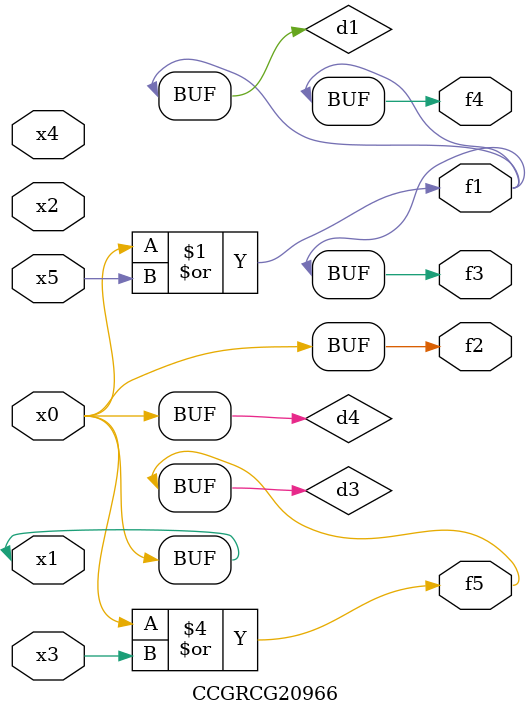
<source format=v>
module CCGRCG20966(
	input x0, x1, x2, x3, x4, x5,
	output f1, f2, f3, f4, f5
);

	wire d1, d2, d3, d4;

	or (d1, x0, x5);
	xnor (d2, x1, x4);
	or (d3, x0, x3);
	buf (d4, x0, x1);
	assign f1 = d1;
	assign f2 = d4;
	assign f3 = d1;
	assign f4 = d1;
	assign f5 = d3;
endmodule

</source>
